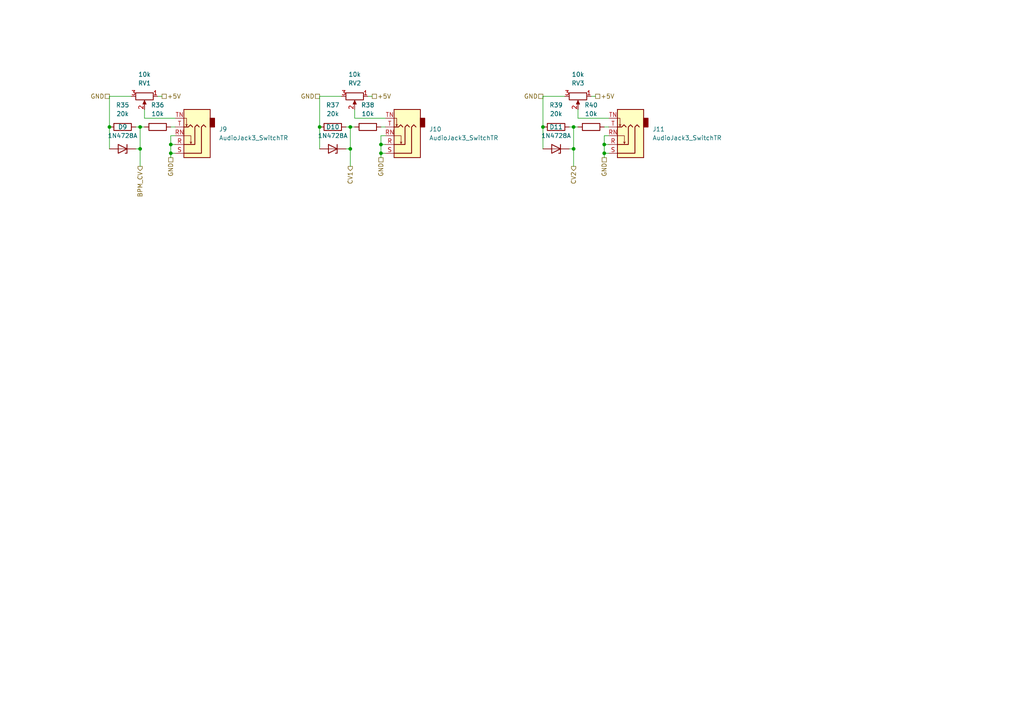
<source format=kicad_sch>
(kicad_sch (version 20211123) (generator eeschema)
  (paper "A4")
  (title_block (title "Sequencer / CV Pots - Inputs") (date "2022-07-30") (rev "1") (company "Malik Enes SAFAK"))
  (lib_symbols
    (symbol "Connector:AudioJack3_SwitchTR"
      (property "Reference" "J" (at 0 8.89 0))
      (property "Value" "AudioJack3_SwitchTR" (at 0 6.35 0))
      (symbol "AudioJack3_SwitchTR_0_1"
        (rectangle (start -5.08 -5.08) (end -6.35 -7.62) (stroke (width 0.254)) (fill (type outline)))
        (polyline (pts (xy 0.508 -0.254) (xy 0.762 -0.762)))
        (polyline (pts (xy 1.778 -5.334) (xy 2.032 -5.842)))
        (polyline (pts (xy 0 -5.08) (xy 0.635 -5.715) (xy 1.27 -5.08) (xy 2.54 -5.08)) (stroke (width 0.254)))
        (polyline (pts (xy 2.54 -7.62) (xy 1.778 -7.62) (xy 1.778 -5.334) (xy 1.524 -5.842)))
        (polyline (pts (xy 2.54 -2.54) (xy 0.508 -2.54) (xy 0.508 -0.254) (xy 0.254 -0.762)))
        (polyline (pts (xy -1.905 -5.08) (xy -1.27 -5.715) (xy -0.635 -5.08) (xy -0.635 0) (xy 2.54 0)) (stroke (width 0.254)))
        (polyline (pts (xy 2.54 2.54) (xy -2.54 2.54) (xy -2.54 -5.08) (xy -3.175 -5.715) (xy -3.81 -5.08)) (stroke (width 0.254)))
        (rectangle (start 2.54 3.81) (end -5.08 -10.16) (stroke (width 0.254)) (fill (type background)))
      )
      (symbol "AudioJack3_SwitchTR_1_1"
        (pin passive line (at 5.08 0 180) (length 2.54) (name "~") (number "R"))
        (pin passive line (at 5.08 -2.54 180) (length 2.54) (name "~") (number "RN"))
        (pin passive line (at 5.08 2.54 180) (length 2.54) (name "~") (number "S"))
        (pin passive line (at 5.08 -5.08 180) (length 2.54) (name "~") (number "T"))
        (pin passive line (at 5.08 -7.62 180) (length 2.54) (name "~") (number "TN"))
      )
    )
    (symbol "Device:R" (pin_numbers hide) (pin_names (offset 0))
      (property "Reference" "R" (at 2.032 0 90))
      (property "Value" "R" (at 0 0 90))
      (symbol "R_0_1"
        (rectangle (start -1.016 -2.54) (end 1.016 2.54) (stroke (width 0.254)))
      )
      (symbol "R_1_1"
        (pin passive line (at 0 3.81 270) (length 1.27) (name "~") (number "1"))
        (pin passive line (at 0 -3.81 90) (length 1.27) (name "~") (number "2"))
      )
    )
    (symbol "Device:R_Potentiometer" (pin_names (offset 1.016) hide)
      (property "Reference" "RV" (at -4.445 0 90))
      (property "Value" "R_Potentiometer" (at -2.54 0 90))
      (symbol "R_Potentiometer_0_1"
        (polyline (pts (xy 2.54 0) (xy 1.524 0)))
        (polyline (pts (xy 1.143 0) (xy 2.286 0.508) (xy 2.286 -0.508) (xy 1.143 0)) (fill (type outline)))
        (rectangle (start 1.016 2.54) (end -1.016 -2.54) (stroke (width 0.254)))
      )
      (symbol "R_Potentiometer_1_1"
        (pin passive line (at 0 3.81 270) (length 1.27) (name "1") (number "1"))
        (pin passive line (at 3.81 0 180) (length 1.27) (name "2") (number "2"))
        (pin passive line (at 0 -3.81 90) (length 1.27) (name "3") (number "3"))
      )
    )
    (symbol "Diode:1N47xxA" (pin_numbers hide) (pin_names (offset 1.016) hide)
      (property "Reference" "D" (at 0 2.54 0))
      (property "Value" "1N47xxA" (at 0 -2.54 0))
      (symbol "1N47xxA_0_1"
        (polyline (pts (xy 1.27 0) (xy -1.27 0)))
        (polyline (pts (xy -1.27 -1.27) (xy -1.27 1.27) (xy -0.762 1.27)) (stroke (width 0.254)))
        (polyline (pts (xy 1.27 -1.27) (xy 1.27 1.27) (xy -1.27 0) (xy 1.27 -1.27)) (stroke (width 0.254)))
      )
      (symbol "1N47xxA_1_1"
        (pin passive line (at -3.81 0 0) (length 2.54) (name "K") (number "1"))
        (pin passive line (at 3.81 0 180) (length 2.54) (name "A") (number "2"))
      )
    )
  )
  (junction (at 110.49 44.45))
  (junction (at 31.75 36.83))
  (junction (at 92.71 36.83))
  (junction (at 101.6 36.83))
  (junction (at 49.53 41.91))
  (junction (at 166.37 43.18))
  (junction (at 110.49 41.91))
  (junction (at 157.48 36.83))
  (junction (at 40.64 43.18))
  (junction (at 175.26 41.91))
  (junction (at 101.6 43.18))
  (junction (at 40.64 36.83))
  (junction (at 49.53 44.45))
  (junction (at 175.26 44.45))
  (junction (at 166.37 36.83))
  (wire (pts (xy 49.53 44.45) (xy 49.53 45.72)))
  (wire (pts (xy 31.75 27.94) (xy 31.75 36.83)))
  (wire (pts (xy 175.26 39.37) (xy 175.26 41.91)))
  (wire (pts (xy 50.8 41.91) (xy 49.53 41.91)))
  (wire (pts (xy 175.26 36.83) (xy 176.53 36.83)))
  (wire (pts (xy 49.53 36.83) (xy 50.8 36.83)))
  (wire (pts (xy 167.64 31.75) (xy 167.64 34.29)))
  (wire (pts (xy 110.49 41.91) (xy 110.49 44.45)))
  (wire (pts (xy 40.64 43.18) (xy 40.64 48.26)))
  (wire (pts (xy 40.64 36.83) (xy 41.91 36.83)))
  (wire (pts (xy 50.8 44.45) (xy 49.53 44.45)))
  (wire (pts (xy 100.33 43.18) (xy 101.6 43.18)))
  (wire (pts (xy 165.1 43.18) (xy 166.37 43.18)))
  (wire (pts (xy 41.91 34.29) (xy 50.8 34.29)))
  (wire (pts (xy 49.53 41.91) (xy 49.53 44.45)))
  (wire (pts (xy 157.48 27.94) (xy 157.48 36.83)))
  (wire (pts (xy 39.37 43.18) (xy 40.64 43.18)))
  (wire (pts (xy 107.95 27.94) (xy 106.68 27.94)))
  (wire (pts (xy 111.76 44.45) (xy 110.49 44.45)))
  (wire (pts (xy 110.49 36.83) (xy 111.76 36.83)))
  (wire (pts (xy 101.6 36.83) (xy 101.6 43.18)))
  (wire (pts (xy 102.87 31.75) (xy 102.87 34.29)))
  (wire (pts (xy 176.53 39.37) (xy 175.26 39.37)))
  (wire (pts (xy 101.6 43.18) (xy 101.6 48.26)))
  (wire (pts (xy 102.87 34.29) (xy 111.76 34.29)))
  (wire (pts (xy 101.6 36.83) (xy 102.87 36.83)))
  (wire (pts (xy 31.75 36.83) (xy 31.75 43.18)))
  (wire (pts (xy 176.53 44.45) (xy 175.26 44.45)))
  (wire (pts (xy 175.26 41.91) (xy 175.26 44.45)))
  (wire (pts (xy 163.83 27.94) (xy 157.48 27.94)))
  (wire (pts (xy 40.64 36.83) (xy 40.64 43.18)))
  (wire (pts (xy 49.53 39.37) (xy 49.53 41.91)))
  (wire (pts (xy 50.8 39.37) (xy 49.53 39.37)))
  (wire (pts (xy 111.76 41.91) (xy 110.49 41.91)))
  (wire (pts (xy 38.1 27.94) (xy 31.75 27.94)))
  (wire (pts (xy 166.37 43.18) (xy 166.37 48.26)))
  (wire (pts (xy 166.37 36.83) (xy 167.64 36.83)))
  (wire (pts (xy 99.06 27.94) (xy 92.71 27.94)))
  (wire (pts (xy 110.49 44.45) (xy 110.49 45.72)))
  (wire (pts (xy 92.71 36.83) (xy 92.71 43.18)))
  (wire (pts (xy 41.91 31.75) (xy 41.91 34.29)))
  (wire (pts (xy 166.37 36.83) (xy 166.37 43.18)))
  (wire (pts (xy 157.48 36.83) (xy 157.48 43.18)))
  (wire (pts (xy 92.71 27.94) (xy 92.71 36.83)))
  (wire (pts (xy 46.99 27.94) (xy 45.72 27.94)))
  (wire (pts (xy 167.64 34.29) (xy 176.53 34.29)))
  (wire (pts (xy 110.49 39.37) (xy 110.49 41.91)))
  (wire (pts (xy 172.72 27.94) (xy 171.45 27.94)))
  (wire (pts (xy 111.76 39.37) (xy 110.49 39.37)))
  (wire (pts (xy 165.1 36.83) (xy 166.37 36.83)))
  (wire (pts (xy 39.37 36.83) (xy 40.64 36.83)))
  (wire (pts (xy 175.26 44.45) (xy 175.26 45.72)))
  (wire (pts (xy 176.53 41.91) (xy 175.26 41.91)))
  (wire (pts (xy 100.33 36.83) (xy 101.6 36.83)))
  (hierarchical_label "GND" (shape passive) (at 110.49 45.72 270))
  (hierarchical_label "+5V" (shape passive) (at 107.95 27.94 0))
  (hierarchical_label "GND" (shape passive) (at 92.71 27.94 180))
  (hierarchical_label "+5V" (shape passive) (at 46.99 27.94 0))
  (hierarchical_label "CV2" (shape output) (at 166.37 48.26 270))
  (hierarchical_label "CV1" (shape output) (at 101.6 48.26 270))
  (hierarchical_label "GND" (shape passive) (at 31.75 27.94 180))
  (hierarchical_label "+5V" (shape passive) (at 172.72 27.94 0))
  (hierarchical_label "GND" (shape passive) (at 175.26 45.72 270))
  (hierarchical_label "BPM_CV" (shape output) (at 40.64 48.26 270))
  (hierarchical_label "GND" (shape passive) (at 157.48 27.94 180))
  (hierarchical_label "GND" (shape passive) (at 49.53 45.72 270))
  (symbol (lib_id "Connector:AudioJack3_SwitchTR") (at 55.88 41.91 180) (unit 1)
    (property "Reference" "J9" (at 63.5 37.4649 0) (effects (justify right)))
    (property "Value" "AudioJack3_SwitchTR" (at 63.5 40.0049 0) (effects (justify right)))
  )
  (symbol (lib_id "Device:R") (at 35.56 36.83 90) (unit 1)
    (property "Reference" "R35" (at 35.56 30.48 90))
    (property "Value" "20k" (at 35.56 33.02 90))
    (property "Footprint" "Resistor_SMD:R_0805_2012Metric_Pad1.20x1.40mm_HandSolder" (effects hide))
  )
  (symbol (lib_id "Device:R_Potentiometer") (at 167.64 27.94 270) (unit 1)
    (property "Reference" "RV3" (at 167.64 24.13 90))
    (property "Value" "10k" (at 167.64 21.59 90))
    (property "Footprint" "Potentiometer_THT:Potentiometer_Alps_RK09K_Single_Vertical" (effects hide))
  )
  (symbol (lib_id "Diode:1N47xxA") (at 35.56 43.18 180) (unit 1)
    (property "Reference" "D9" (at 35.56 36.83 0))
    (property "Value" "1N4728A" (at 35.56 39.37 0))
    (property "Footprint" "Diode_THT:D_DO-41_SOD81_P10.16mm_Horizontal" (effects hide))
    (property "Datasheet" "https://www.vishay.com/docs/85816/1n4728a.pdf" (effects hide))
  )
  (symbol (lib_id "Device:R_Potentiometer") (at 102.87 27.94 270) (unit 1)
    (property "Reference" "RV2" (at 102.87 24.13 90))
    (property "Value" "10k" (at 102.87 21.59 90))
    (property "Footprint" "Potentiometer_THT:Potentiometer_Alps_RK09K_Single_Vertical" (effects hide))
  )
  (symbol (lib_id "Diode:1N47xxA") (at 161.29 43.18 180) (unit 1)
    (property "Reference" "D11" (at 161.29 36.83 0))
    (property "Value" "1N4728A" (at 161.29 39.37 0))
    (property "Footprint" "Diode_THT:D_DO-41_SOD81_P10.16mm_Horizontal" (effects hide))
    (property "Datasheet" "https://www.vishay.com/docs/85816/1n4728a.pdf" (effects hide))
  )
  (symbol (lib_id "Device:R") (at 96.52 36.83 90) (unit 1)
    (property "Reference" "R37" (at 96.52 30.48 90))
    (property "Value" "20k" (at 96.52 33.02 90))
    (property "Footprint" "Resistor_SMD:R_0805_2012Metric_Pad1.20x1.40mm_HandSolder" (effects hide))
  )
  (symbol (lib_id "Device:R") (at 161.29 36.83 90) (unit 1)
    (property "Reference" "R39" (at 161.29 30.48 90))
    (property "Value" "20k" (at 161.29 33.02 90))
    (property "Footprint" "Resistor_SMD:R_0805_2012Metric_Pad1.20x1.40mm_HandSolder" (effects hide))
  )
  (symbol (lib_id "Device:R") (at 45.72 36.83 90) (unit 1)
    (property "Reference" "R36" (at 45.72 30.48 90))
    (property "Value" "10k" (at 45.72 33.02 90))
    (property "Footprint" "Resistor_SMD:R_0805_2012Metric_Pad1.20x1.40mm_HandSolder" (effects hide))
  )
  (symbol (lib_id "Device:R") (at 106.68 36.83 90) (unit 1)
    (property "Reference" "R38" (at 106.68 30.48 90))
    (property "Value" "10k" (at 106.68 33.02 90))
    (property "Footprint" "Resistor_SMD:R_0805_2012Metric_Pad1.20x1.40mm_HandSolder" (effects hide))
  )
  (symbol (lib_id "Connector:AudioJack3_SwitchTR") (at 116.84 41.91 180) (unit 1)
    (property "Reference" "J10" (at 124.46 37.4649 0) (effects (justify right)))
    (property "Value" "AudioJack3_SwitchTR" (at 124.46 40.0049 0) (effects (justify right)))
  )
  (symbol (lib_id "Diode:1N47xxA") (at 96.52 43.18 180) (unit 1)
    (property "Reference" "D10" (at 96.52 36.83 0))
    (property "Value" "1N4728A" (at 96.52 39.37 0))
    (property "Footprint" "Diode_THT:D_DO-41_SOD81_P10.16mm_Horizontal" (effects hide))
    (property "Datasheet" "https://www.vishay.com/docs/85816/1n4728a.pdf" (effects hide))
  )
  (symbol (lib_id "Device:R") (at 171.45 36.83 90) (unit 1)
    (property "Reference" "R40" (at 171.45 30.48 90))
    (property "Value" "10k" (at 171.45 33.02 90))
    (property "Footprint" "Resistor_SMD:R_0805_2012Metric_Pad1.20x1.40mm_HandSolder" (effects hide))
  )
  (symbol (lib_id "Connector:AudioJack3_SwitchTR") (at 181.61 41.91 180) (unit 1)
    (property "Reference" "J11" (at 189.23 37.4649 0) (effects (justify right)))
    (property "Value" "AudioJack3_SwitchTR" (at 189.23 40.0049 0) (effects (justify right)))
  )
  (symbol (lib_id "Device:R_Potentiometer") (at 41.91 27.94 270) (unit 1)
    (property "Reference" "RV1" (at 41.91 24.13 90))
    (property "Value" "10k" (at 41.91 21.59 90))
    (property "Footprint" "Potentiometer_THT:Potentiometer_Alps_RK09K_Single_Vertical" (effects hide))
  )
)
</source>
